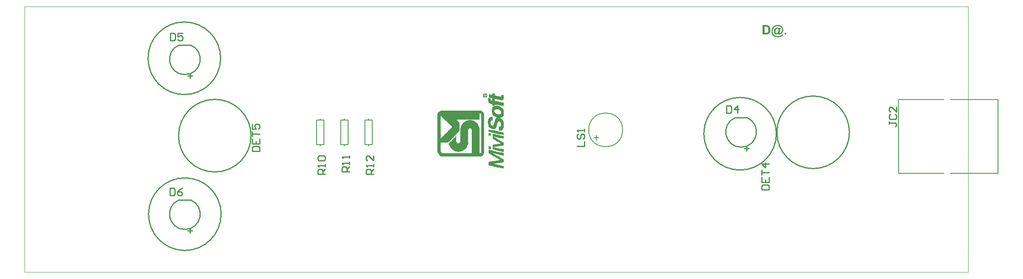
<source format=gto>
%FSLAX24Y24*%
%MOIN*%
G70*
G01*
G75*
G04 Layer_Color=61183*
%ADD10C,0.0354*%
%ADD11C,0.0551*%
%ADD12R,0.0787X0.0787*%
%ADD13C,0.0787*%
%ADD14O,0.0591X0.0787*%
%ADD15C,0.2756*%
%ADD16C,0.0591*%
%ADD17R,0.0591X0.0591*%
%ADD18C,0.0630*%
%ADD19C,0.1161*%
%ADD20C,0.0079*%
%ADD21C,0.0100*%
%ADD22C,0.0030*%
%ADD23C,0.0039*%
G36*
X62006Y19341D02*
X61861D01*
Y19486D01*
X62006D01*
Y19341D01*
D02*
G37*
G36*
X61336Y20111D02*
X61348D01*
X61360Y20110D01*
X61375Y20107D01*
X61393Y20106D01*
X61410Y20103D01*
X61428Y20099D01*
X61467Y20090D01*
X61507Y20078D01*
X61526Y20070D01*
X61546Y20061D01*
X61547D01*
X61550Y20059D01*
X61555Y20055D01*
X61563Y20052D01*
X61571Y20046D01*
X61580Y20040D01*
X61604Y20024D01*
X61628Y20004D01*
X61654Y19979D01*
X61678Y19950D01*
X61700Y19917D01*
X61702Y19916D01*
X61703Y19912D01*
X61705Y19908D01*
X61708Y19901D01*
X61713Y19892D01*
X61718Y19881D01*
X61722Y19870D01*
X61728Y19857D01*
X61733Y19842D01*
X61737Y19826D01*
X61747Y19791D01*
X61752Y19753D01*
X61755Y19734D01*
Y19713D01*
Y19712D01*
Y19707D01*
Y19700D01*
X61753Y19691D01*
X61752Y19680D01*
X61750Y19666D01*
X61748Y19651D01*
X61744Y19633D01*
X61740Y19615D01*
X61735Y19597D01*
X61728Y19577D01*
X61720Y19556D01*
X61711Y19535D01*
X61699Y19515D01*
X61688Y19495D01*
X61673Y19474D01*
X61672Y19473D01*
X61668Y19469D01*
X61662Y19462D01*
X61654Y19454D01*
X61644Y19443D01*
X61632Y19432D01*
X61619Y19420D01*
X61602Y19407D01*
X61584Y19395D01*
X61564Y19383D01*
X61544Y19372D01*
X61521Y19361D01*
X61495Y19353D01*
X61469Y19346D01*
X61441Y19342D01*
X61412Y19341D01*
X61405D01*
X61397Y19342D01*
X61388Y19343D01*
X61367Y19347D01*
X61357Y19351D01*
X61348Y19356D01*
X61346Y19357D01*
X61344Y19358D01*
X61341Y19361D01*
X61336Y19367D01*
X61331Y19373D01*
X61326Y19381D01*
X61322Y19389D01*
X61319Y19399D01*
X61318Y19398D01*
X61316Y19397D01*
X61313Y19394D01*
X61308Y19390D01*
X61303Y19386D01*
X61296Y19381D01*
X61278Y19371D01*
X61258Y19359D01*
X61233Y19350D01*
X61207Y19343D01*
X61193Y19342D01*
X61178Y19341D01*
X61170D01*
X61164Y19342D01*
X61156Y19343D01*
X61148Y19344D01*
X61129Y19347D01*
X61105Y19354D01*
X61082Y19366D01*
X61071Y19372D01*
X61058Y19380D01*
X61047Y19389D01*
X61036Y19399D01*
X61035Y19401D01*
X61034Y19402D01*
X61032Y19405D01*
X61027Y19410D01*
X61024Y19416D01*
X61019Y19424D01*
X61013Y19432D01*
X61009Y19441D01*
X60998Y19464D01*
X60989Y19490D01*
X60982Y19522D01*
X60981Y19538D01*
X60980Y19556D01*
Y19557D01*
Y19562D01*
Y19568D01*
X60981Y19577D01*
X60982Y19587D01*
X60983Y19600D01*
X60986Y19614D01*
X60988Y19629D01*
X60992Y19646D01*
X60996Y19663D01*
X61002Y19682D01*
X61009Y19700D01*
X61017Y19720D01*
X61026Y19739D01*
X61036Y19759D01*
X61048Y19778D01*
X61049Y19779D01*
X61051Y19783D01*
X61056Y19789D01*
X61063Y19797D01*
X61071Y19806D01*
X61080Y19817D01*
X61092Y19827D01*
X61105Y19839D01*
X61119Y19850D01*
X61135Y19861D01*
X61153Y19871D01*
X61171Y19880D01*
X61192Y19888D01*
X61213Y19894D01*
X61236Y19899D01*
X61259Y19900D01*
X61268D01*
X61274Y19899D01*
X61282Y19897D01*
X61290Y19896D01*
X61311Y19891D01*
X61333Y19882D01*
X61344Y19877D01*
X61356Y19870D01*
X61366Y19862D01*
X61376Y19851D01*
X61386Y19841D01*
X61395Y19828D01*
X61408Y19887D01*
X61544D01*
X61466Y19516D01*
Y19515D01*
X61465Y19510D01*
X61464Y19504D01*
X61463Y19497D01*
X61461Y19482D01*
X61459Y19475D01*
Y19471D01*
Y19469D01*
X61461Y19464D01*
X61462Y19457D01*
X61465Y19451D01*
X61466Y19450D01*
X61469Y19449D01*
X61473Y19447D01*
X61479Y19445D01*
X61484D01*
X61488Y19447D01*
X61496Y19449D01*
X61506Y19452D01*
X61516Y19458D01*
X61529Y19465D01*
X61542Y19475D01*
X61544D01*
X61545Y19478D01*
X61552Y19482D01*
X61561Y19492D01*
X61574Y19503D01*
X61586Y19518D01*
X61601Y19537D01*
X61615Y19557D01*
X61628Y19580D01*
Y19582D01*
X61629Y19584D01*
X61631Y19587D01*
X61634Y19592D01*
X61636Y19598D01*
X61638Y19606D01*
X61645Y19623D01*
X61651Y19644D01*
X61657Y19667D01*
X61660Y19691D01*
X61661Y19718D01*
Y19719D01*
Y19723D01*
Y19730D01*
X61660Y19739D01*
X61659Y19750D01*
X61657Y19763D01*
X61653Y19776D01*
X61650Y19793D01*
X61645Y19809D01*
X61639Y19826D01*
X61631Y19843D01*
X61622Y19862D01*
X61612Y19879D01*
X61599Y19897D01*
X61585Y19915D01*
X61569Y19931D01*
X61568Y19932D01*
X61564Y19934D01*
X61560Y19939D01*
X61552Y19945D01*
X61542Y19950D01*
X61531Y19959D01*
X61518Y19967D01*
X61502Y19975D01*
X61485Y19983D01*
X61465Y19990D01*
X61444Y19998D01*
X61421Y20004D01*
X61397Y20009D01*
X61371Y20014D01*
X61342Y20016D01*
X61312Y20017D01*
X61298D01*
X61289Y20016D01*
X61276D01*
X61262Y20014D01*
X61247Y20013D01*
X61230Y20010D01*
X61193Y20004D01*
X61153Y19993D01*
X61133Y19986D01*
X61112Y19979D01*
X61093Y19970D01*
X61074Y19960D01*
X61073Y19959D01*
X61070Y19957D01*
X61065Y19954D01*
X61058Y19949D01*
X61050Y19944D01*
X61041Y19935D01*
X61031Y19927D01*
X61020Y19918D01*
X61009Y19907D01*
X60996Y19895D01*
X60984Y19881D01*
X60972Y19867D01*
X60949Y19835D01*
X60928Y19798D01*
Y19797D01*
X60926Y19794D01*
X60923Y19788D01*
X60920Y19780D01*
X60916Y19771D01*
X60913Y19759D01*
X60908Y19746D01*
X60904Y19733D01*
X60899Y19716D01*
X60894Y19700D01*
X60888Y19663D01*
X60882Y19624D01*
X60879Y19583D01*
Y19582D01*
Y19578D01*
Y19572D01*
X60881Y19564D01*
Y19555D01*
X60883Y19543D01*
X60884Y19531D01*
X60886Y19517D01*
X60893Y19486D01*
X60903Y19452D01*
X60916Y19419D01*
X60924Y19402D01*
X60934Y19384D01*
X60935Y19383D01*
X60936Y19381D01*
X60939Y19376D01*
X60944Y19369D01*
X60950Y19362D01*
X60957Y19354D01*
X60965Y19345D01*
X60974Y19335D01*
X60984Y19324D01*
X60996Y19314D01*
X61022Y19292D01*
X61054Y19271D01*
X61088Y19254D01*
X61089D01*
X61093Y19252D01*
X61099Y19251D01*
X61105Y19247D01*
X61115Y19245D01*
X61126Y19241D01*
X61139Y19237D01*
X61154Y19233D01*
X61170Y19230D01*
X61187Y19225D01*
X61206Y19222D01*
X61225Y19219D01*
X61269Y19215D01*
X61315Y19213D01*
X61327D01*
X61336Y19214D01*
X61346D01*
X61359Y19215D01*
X61373Y19216D01*
X61388Y19217D01*
X61421Y19221D01*
X61457Y19228D01*
X61493Y19236D01*
X61527Y19247D01*
X61529D01*
X61531Y19248D01*
X61536Y19251D01*
X61542Y19254D01*
X61549Y19258D01*
X61559Y19262D01*
X61579Y19274D01*
X61601Y19288D01*
X61625Y19306D01*
X61650Y19327D01*
X61672Y19351D01*
X61782D01*
Y19350D01*
X61780Y19346D01*
X61776Y19341D01*
X61773Y19334D01*
X61767Y19324D01*
X61760Y19315D01*
X61752Y19304D01*
X61743Y19291D01*
X61733Y19278D01*
X61721Y19264D01*
X61707Y19252D01*
X61693Y19238D01*
X61677Y19224D01*
X61661Y19211D01*
X61643Y19199D01*
X61623Y19187D01*
X61622Y19186D01*
X61617Y19184D01*
X61610Y19180D01*
X61601Y19177D01*
X61590Y19171D01*
X61575Y19165D01*
X61559Y19160D01*
X61540Y19153D01*
X61519Y19146D01*
X61496Y19140D01*
X61472Y19134D01*
X61446Y19128D01*
X61418Y19125D01*
X61388Y19121D01*
X61357Y19119D01*
X61325Y19118D01*
X61308D01*
X61296Y19119D01*
X61281Y19120D01*
X61265Y19121D01*
X61245Y19123D01*
X61224Y19125D01*
X61201Y19128D01*
X61177Y19132D01*
X61129Y19142D01*
X61103Y19149D01*
X61078Y19157D01*
X61054Y19165D01*
X61029Y19176D01*
X61028Y19177D01*
X61024Y19178D01*
X61018Y19181D01*
X61010Y19186D01*
X60999Y19193D01*
X60987Y19200D01*
X60974Y19208D01*
X60960Y19218D01*
X60945Y19230D01*
X60930Y19243D01*
X60915Y19256D01*
X60900Y19271D01*
X60885Y19288D01*
X60871Y19306D01*
X60858Y19324D01*
X60846Y19345D01*
X60845Y19346D01*
X60844Y19350D01*
X60840Y19357D01*
X60837Y19365D01*
X60832Y19375D01*
X60828Y19388D01*
X60822Y19402D01*
X60816Y19418D01*
X60810Y19435D01*
X60805Y19454D01*
X60800Y19474D01*
X60795Y19495D01*
X60788Y19541D01*
X60787Y19565D01*
X60786Y19590D01*
Y19591D01*
Y19597D01*
Y19603D01*
X60787Y19614D01*
X60788Y19628D01*
X60790Y19643D01*
X60792Y19659D01*
X60794Y19678D01*
X60799Y19698D01*
X60802Y19720D01*
X60808Y19742D01*
X60815Y19765D01*
X60823Y19789D01*
X60832Y19813D01*
X60843Y19836D01*
X60854Y19861D01*
X60855Y19862D01*
X60858Y19866D01*
X60861Y19872D01*
X60867Y19881D01*
X60874Y19892D01*
X60882Y19903D01*
X60892Y19917D01*
X60904Y19931D01*
X60916Y19946D01*
X60930Y19962D01*
X60946Y19977D01*
X60962Y19993D01*
X60981Y20008D01*
X60999Y20023D01*
X61020Y20036D01*
X61042Y20048D01*
X61043Y20050D01*
X61048Y20051D01*
X61054Y20054D01*
X61063Y20059D01*
X61074Y20063D01*
X61088Y20068D01*
X61103Y20074D01*
X61120Y20081D01*
X61140Y20087D01*
X61161Y20092D01*
X61183Y20097D01*
X61207Y20102D01*
X61232Y20106D01*
X61259Y20110D01*
X61285Y20111D01*
X61314Y20112D01*
X61327D01*
X61336Y20111D01*
D02*
G37*
G36*
X60379Y20097D02*
X60400Y20096D01*
X60424Y20095D01*
X60447Y20092D01*
X60470Y20088D01*
X60491Y20083D01*
X60492D01*
X60494Y20082D01*
X60498Y20081D01*
X60502Y20080D01*
X60514Y20074D01*
X60530Y20067D01*
X60547Y20058D01*
X60566Y20045D01*
X60585Y20030D01*
X60604Y20013D01*
X60605D01*
X60606Y20010D01*
X60612Y20004D01*
X60620Y19993D01*
X60632Y19979D01*
X60643Y19961D01*
X60655Y19940D01*
X60666Y19917D01*
X60677Y19891D01*
Y19889D01*
X60678Y19887D01*
X60679Y19884D01*
X60680Y19878D01*
X60682Y19871D01*
X60685Y19862D01*
X60687Y19852D01*
X60689Y19841D01*
X60692Y19828D01*
X60694Y19816D01*
X60698Y19784D01*
X60701Y19750D01*
X60702Y19712D01*
Y19711D01*
Y19707D01*
Y19703D01*
Y19696D01*
X60701Y19688D01*
Y19678D01*
X60698Y19656D01*
X60696Y19631D01*
X60692Y19605D01*
X60686Y19577D01*
X60678Y19550D01*
Y19549D01*
X60677Y19547D01*
X60675Y19542D01*
X60673Y19537D01*
X60670Y19530D01*
X60666Y19522D01*
X60657Y19503D01*
X60645Y19481D01*
X60632Y19459D01*
X60615Y19437D01*
X60597Y19417D01*
X60595Y19416D01*
X60590Y19410D01*
X60581Y19403D01*
X60569Y19395D01*
X60553Y19384D01*
X60535Y19374D01*
X60514Y19365D01*
X60490Y19356D01*
X60487Y19354D01*
X60481Y19353D01*
X60470Y19351D01*
X60454Y19349D01*
X60436Y19345D01*
X60412Y19343D01*
X60385Y19342D01*
X60355Y19341D01*
X60069D01*
Y20098D01*
X60370D01*
X60379Y20097D01*
D02*
G37*
%LPC*%
G36*
X60323Y19970D02*
X60222D01*
Y19469D01*
X60357D01*
X60371Y19470D01*
X60385D01*
X60401Y19472D01*
X60415Y19473D01*
X60426Y19475D01*
X60427D01*
X60433Y19478D01*
X60440Y19480D01*
X60448Y19482D01*
X60469Y19493D01*
X60479Y19499D01*
X60489Y19507D01*
X60490Y19508D01*
X60493Y19511D01*
X60497Y19516D01*
X60502Y19524D01*
X60509Y19534D01*
X60515Y19547D01*
X60522Y19562D01*
X60528Y19579D01*
Y19580D01*
X60529Y19582D01*
Y19585D01*
X60530Y19588D01*
X60532Y19600D01*
X60536Y19616D01*
X60539Y19636D01*
X60542Y19660D01*
X60543Y19688D01*
X60544Y19719D01*
Y19720D01*
Y19722D01*
Y19727D01*
Y19734D01*
Y19741D01*
X60543Y19749D01*
X60542Y19768D01*
X60540Y19790D01*
X60537Y19812D01*
X60534Y19834D01*
X60528Y19852D01*
X60527Y19855D01*
X60525Y19861D01*
X60522Y19869D01*
X60517Y19879D01*
X60511Y19892D01*
X60504Y19903D01*
X60496Y19916D01*
X60485Y19926D01*
X60484Y19927D01*
X60481Y19931D01*
X60474Y19935D01*
X60466Y19941D01*
X60456Y19947D01*
X60444Y19953D01*
X60430Y19957D01*
X60415Y19962D01*
X60414D01*
X60408Y19963D01*
X60400Y19964D01*
X60387Y19967D01*
X60379D01*
X60370Y19968D01*
X60361D01*
X60349Y19969D01*
X60336D01*
X60323Y19970D01*
D02*
G37*
G36*
X61271Y19806D02*
X61263D01*
X61255Y19804D01*
X61244Y19802D01*
X61231Y19798D01*
X61217Y19791D01*
X61203Y19783D01*
X61188Y19772D01*
X61187Y19771D01*
X61183Y19765D01*
X61176Y19758D01*
X61168Y19746D01*
X61158Y19733D01*
X61149Y19716D01*
X61140Y19696D01*
X61132Y19674D01*
Y19673D01*
X61131Y19671D01*
Y19668D01*
X61130Y19663D01*
X61126Y19651D01*
X61123Y19636D01*
X61119Y19618D01*
X61117Y19600D01*
X61115Y19580D01*
X61114Y19562D01*
Y19561D01*
Y19560D01*
Y19556D01*
Y19552D01*
X61115Y19540D01*
X61117Y19525D01*
X61120Y19509D01*
X61125Y19494D01*
X61131Y19478D01*
X61140Y19465D01*
X61141Y19464D01*
X61145Y19460D01*
X61150Y19456D01*
X61158Y19450D01*
X61168Y19444D01*
X61179Y19440D01*
X61192Y19436D01*
X61206Y19435D01*
X61210D01*
X61216Y19436D01*
X61223Y19437D01*
X61232Y19439D01*
X61241Y19441D01*
X61251Y19444D01*
X61261Y19449D01*
X61262D01*
X61265Y19451D01*
X61268Y19454D01*
X61274Y19457D01*
X61285Y19467D01*
X61299Y19481D01*
X61300Y19482D01*
X61304Y19487D01*
X61310Y19494D01*
X61315Y19504D01*
X61323Y19517D01*
X61330Y19533D01*
X61338Y19552D01*
X61346Y19572D01*
Y19573D01*
X61348Y19575D01*
X61349Y19578D01*
X61350Y19583D01*
X61353Y19594D01*
X61357Y19609D01*
X61360Y19626D01*
X61364Y19646D01*
X61366Y19666D01*
X61367Y19685D01*
Y19686D01*
Y19688D01*
Y19695D01*
X61366Y19705D01*
X61364Y19718D01*
X61360Y19733D01*
X61356Y19748D01*
X61349Y19761D01*
X61340Y19774D01*
X61338Y19775D01*
X61335Y19779D01*
X61329Y19784D01*
X61321Y19790D01*
X61311Y19796D01*
X61299Y19802D01*
X61286Y19805D01*
X61271Y19806D01*
D02*
G37*
%LPD*%
D20*
X48671Y11573D02*
G03*
X48671Y11573I-1378J0D01*
G01*
X26033Y12376D02*
Y12466D01*
Y10286D02*
Y10376D01*
Y12376D02*
X26333D01*
Y10376D02*
Y12376D01*
X25733Y10376D02*
X26333D01*
X25733D02*
Y12376D01*
X26033D01*
X46318Y10947D02*
X46718D01*
X46518Y10747D02*
Y11147D01*
X79242Y8053D02*
Y14053D01*
X75363Y8053D02*
X79242D01*
X71140D02*
X74822D01*
X71140D02*
Y14053D01*
X74822D01*
X75363D02*
X79242D01*
X23765Y12376D02*
X24065D01*
X23765Y10376D02*
Y12376D01*
Y10376D02*
X24365D01*
Y12376D01*
X24065D02*
X24365D01*
X24065Y10286D02*
Y10376D01*
Y12376D02*
Y12466D01*
X28002Y10376D02*
X28302D01*
Y12376D01*
X27702D02*
X28302D01*
X27702Y10376D02*
Y12376D01*
Y10376D02*
X28002D01*
Y12376D02*
Y12466D01*
Y10286D02*
Y10376D01*
D21*
X57858Y12573D02*
G03*
X58786Y12571I462J-1159D01*
G01*
X12583Y18478D02*
G03*
X13511Y18476I462J-1159D01*
G01*
X15955Y17400D02*
G03*
X15955Y17400I-2953J0D01*
G01*
X15994Y4715D02*
G03*
X15994Y4715I-2953J0D01*
G01*
X18435Y11101D02*
G03*
X18435Y11101I-2953J0D01*
G01*
X67136Y11376D02*
G03*
X67136Y11376I-2953J0D01*
G01*
X61191Y11258D02*
G03*
X61191Y11258I-2953J0D01*
G01*
X12583Y5880D02*
G03*
X13511Y5878I462J-1159D01*
G01*
X58750Y9877D02*
Y10277D01*
X58550Y10077D02*
X58750D01*
X58950D01*
X57874Y12577D02*
X58770D01*
X13474Y15783D02*
Y16183D01*
X13274Y15983D02*
X13474D01*
X13674D01*
X12598Y18482D02*
X13494D01*
X12598Y5884D02*
X13494D01*
X13474Y3384D02*
X13674D01*
X13274D02*
X13474D01*
Y3184D02*
Y3584D01*
X44979Y10254D02*
X45578D01*
Y10654D01*
X45078Y11253D02*
X44979Y11153D01*
Y10954D01*
X45078Y10854D01*
X45178D01*
X45278Y10954D01*
Y11153D01*
X45378Y11253D01*
X45478D01*
X45578Y11153D01*
Y10954D01*
X45478Y10854D01*
X45578Y11453D02*
Y11653D01*
Y11553D01*
X44979D01*
X45078Y11453D01*
X11850Y19435D02*
Y18835D01*
X12150D01*
X12250Y18935D01*
Y19335D01*
X12150Y19435D01*
X11850D01*
X12850D02*
X12450D01*
Y19135D01*
X12650Y19235D01*
X12750D01*
X12850Y19135D01*
Y18935D01*
X12750Y18835D01*
X12550D01*
X12450Y18935D01*
X57122Y13526D02*
Y12926D01*
X57422D01*
X57522Y13026D01*
Y13426D01*
X57422Y13526D01*
X57122D01*
X58022Y12926D02*
Y13526D01*
X57722Y13226D01*
X58122D01*
X28396Y7977D02*
X27796D01*
Y8277D01*
X27896Y8377D01*
X28096D01*
X28196Y8277D01*
Y7977D01*
Y8177D02*
X28396Y8377D01*
Y8576D02*
Y8776D01*
Y8676D01*
X27796D01*
X27896Y8576D01*
X28396Y9476D02*
Y9076D01*
X27996Y9476D01*
X27896D01*
X27796Y9376D01*
Y9176D01*
X27896Y9076D01*
X24459Y7977D02*
X23859D01*
Y8277D01*
X23959Y8377D01*
X24159D01*
X24259Y8277D01*
Y7977D01*
Y8177D02*
X24459Y8377D01*
Y8576D02*
Y8776D01*
Y8676D01*
X23859D01*
X23959Y8576D01*
Y9076D02*
X23859Y9176D01*
Y9376D01*
X23959Y9476D01*
X24359D01*
X24459Y9376D01*
Y9176D01*
X24359Y9076D01*
X23959D01*
X70375Y12240D02*
Y12040D01*
Y12140D01*
X70874D01*
X70974Y12040D01*
Y11941D01*
X70874Y11841D01*
X70475Y12840D02*
X70375Y12740D01*
Y12540D01*
X70475Y12440D01*
X70874D01*
X70974Y12540D01*
Y12740D01*
X70874Y12840D01*
X70974Y13440D02*
Y13040D01*
X70575Y13440D01*
X70475D01*
X70375Y13340D01*
Y13140D01*
X70475Y13040D01*
X11842Y6836D02*
Y6236D01*
X12142D01*
X12242Y6336D01*
Y6736D01*
X12142Y6836D01*
X11842D01*
X12842D02*
X12642Y6736D01*
X12442Y6536D01*
Y6336D01*
X12542Y6236D01*
X12742D01*
X12842Y6336D01*
Y6436D01*
X12742Y6536D01*
X12442D01*
X26427Y8177D02*
X25827D01*
Y8476D01*
X25927Y8576D01*
X26127D01*
X26227Y8476D01*
Y8177D01*
Y8377D02*
X26427Y8576D01*
Y8776D02*
Y8976D01*
Y8876D01*
X25827D01*
X25927Y8776D01*
X26427Y9276D02*
Y9476D01*
Y9376D01*
X25827D01*
X25927Y9276D01*
X18544Y9841D02*
X19144D01*
Y10141D01*
X19044Y10241D01*
X18644D01*
X18544Y10141D01*
Y9841D01*
Y10840D02*
Y10441D01*
X19144D01*
Y10840D01*
X18844Y10441D02*
Y10640D01*
X18544Y11040D02*
Y11440D01*
Y11240D01*
X19144D01*
X18544Y12040D02*
Y11640D01*
X18844D01*
X18744Y11840D01*
Y11940D01*
X18844Y12040D01*
X19044D01*
X19144Y11940D01*
Y11740D01*
X19044Y11640D01*
X60001Y6691D02*
X60600D01*
Y6991D01*
X60500Y7091D01*
X60101D01*
X60001Y6991D01*
Y6691D01*
Y7691D02*
Y7291D01*
X60600D01*
Y7691D01*
X60301Y7291D02*
Y7491D01*
X60001Y7891D02*
Y8291D01*
Y8091D01*
X60600D01*
Y8790D02*
X60001D01*
X60301Y8491D01*
Y8890D01*
D22*
X38980Y12845D02*
Y13085D01*
Y11855D02*
Y12155D01*
Y11195D02*
Y11345D01*
Y10895D02*
Y11045D01*
Y10325D02*
Y10505D01*
Y9815D02*
Y9965D01*
Y9515D02*
Y9695D01*
Y8975D02*
Y9155D01*
Y8465D02*
Y8615D01*
X38950Y14105D02*
Y14405D01*
Y13535D02*
Y13775D01*
Y12755D02*
Y13205D01*
Y11765D02*
Y12245D01*
Y11195D02*
Y11345D01*
Y10895D02*
Y11075D01*
Y10325D02*
Y10535D01*
Y9815D02*
Y9995D01*
Y9515D02*
Y9695D01*
Y8975D02*
Y9185D01*
Y8465D02*
Y8645D01*
X38920Y14045D02*
Y14405D01*
Y13535D02*
Y13805D01*
Y12695D02*
Y13265D01*
Y11705D02*
Y12335D01*
Y11195D02*
Y11345D01*
Y10895D02*
Y11075D01*
Y10325D02*
Y10565D01*
Y9815D02*
Y9995D01*
Y9515D02*
Y9695D01*
Y8975D02*
Y9185D01*
Y8465D02*
Y8645D01*
X38890Y14045D02*
Y14405D01*
Y13565D02*
Y13805D01*
Y12665D02*
Y13295D01*
Y11645D02*
Y12365D01*
Y11195D02*
Y11375D01*
Y10895D02*
Y11075D01*
Y10325D02*
Y10565D01*
Y9815D02*
Y9995D01*
Y9515D02*
Y9695D01*
Y8975D02*
Y9215D01*
Y8465D02*
Y8645D01*
X38860Y14015D02*
Y14405D01*
Y13565D02*
Y13805D01*
Y12635D02*
Y13325D01*
Y11615D02*
Y12425D01*
Y11195D02*
Y11375D01*
Y10895D02*
Y11075D01*
Y10325D02*
Y10595D01*
Y9845D02*
Y9995D01*
Y9545D02*
Y9725D01*
Y8945D02*
Y9245D01*
Y8465D02*
Y8645D01*
X38830Y14015D02*
Y14405D01*
Y13565D02*
Y13805D01*
Y12635D02*
Y13355D01*
Y11585D02*
Y12455D01*
Y11195D02*
Y11375D01*
Y10925D02*
Y11075D01*
Y10295D02*
Y10625D01*
Y9845D02*
Y10025D01*
Y9545D02*
Y9725D01*
Y8945D02*
Y9245D01*
Y8495D02*
Y8645D01*
X38800Y14015D02*
Y14405D01*
Y13565D02*
Y13805D01*
Y12605D02*
Y13385D01*
Y11585D02*
Y12485D01*
Y11225D02*
Y11375D01*
Y10925D02*
Y11105D01*
Y10295D02*
Y10625D01*
Y9845D02*
Y10025D01*
Y9545D02*
Y9725D01*
Y8945D02*
Y9275D01*
Y8495D02*
Y8675D01*
X38770Y14045D02*
Y14285D01*
Y13565D02*
Y13835D01*
Y13085D02*
Y13415D01*
Y12605D02*
Y12935D01*
Y11555D02*
Y12485D01*
Y11225D02*
Y11405D01*
Y10925D02*
Y11105D01*
Y10295D02*
Y10655D01*
Y9845D02*
Y10025D01*
Y9545D02*
Y9725D01*
Y8945D02*
Y9275D01*
Y8495D02*
Y8675D01*
X38740Y14045D02*
Y14285D01*
Y13565D02*
Y13835D01*
Y13145D02*
Y13445D01*
Y12605D02*
Y12875D01*
Y12215D02*
Y12515D01*
Y11555D02*
Y11885D01*
Y11225D02*
Y11405D01*
Y10925D02*
Y11105D01*
Y10505D02*
Y10655D01*
Y10295D02*
Y10475D01*
Y9875D02*
Y10025D01*
Y9575D02*
Y9725D01*
Y9125D02*
Y9305D01*
Y8945D02*
Y9095D01*
Y8495D02*
Y8675D01*
X38710Y14045D02*
Y14285D01*
Y13595D02*
Y13835D01*
Y13175D02*
Y13445D01*
Y12575D02*
Y12875D01*
Y12245D02*
Y12545D01*
Y11555D02*
Y11855D01*
Y11225D02*
Y11405D01*
Y10955D02*
Y11105D01*
Y10535D02*
Y10685D01*
Y10295D02*
Y10445D01*
Y9875D02*
Y10055D01*
Y9575D02*
Y9755D01*
Y9155D02*
Y9305D01*
Y8945D02*
Y9095D01*
Y8495D02*
Y8675D01*
X38680Y14045D02*
Y14285D01*
Y13595D02*
Y13835D01*
Y13205D02*
Y13475D01*
Y12575D02*
Y12845D01*
Y12275D02*
Y12545D01*
Y11555D02*
Y11825D01*
Y11255D02*
Y11405D01*
Y10955D02*
Y11135D01*
Y10535D02*
Y10715D01*
Y10295D02*
Y10445D01*
Y9875D02*
Y10055D01*
Y9575D02*
Y9755D01*
Y9155D02*
Y9335D01*
Y8945D02*
Y9095D01*
Y8525D02*
Y8705D01*
X38650Y14045D02*
Y14285D01*
Y13595D02*
Y13835D01*
Y13205D02*
Y13475D01*
Y12575D02*
Y12845D01*
Y12305D02*
Y12545D01*
Y11555D02*
Y11825D01*
Y11255D02*
Y11405D01*
Y10955D02*
Y11135D01*
Y10565D02*
Y10715D01*
Y10265D02*
Y10445D01*
Y9875D02*
Y10055D01*
Y9575D02*
Y9755D01*
Y9185D02*
Y9365D01*
Y8915D02*
Y9095D01*
Y8525D02*
Y8705D01*
X38620Y14045D02*
Y14315D01*
Y13595D02*
Y13835D01*
Y13235D02*
Y13505D01*
Y12305D02*
Y12845D01*
Y11555D02*
Y11825D01*
Y11255D02*
Y11435D01*
Y10955D02*
Y11135D01*
Y10565D02*
Y10745D01*
Y10265D02*
Y10445D01*
Y9875D02*
Y10055D01*
Y9575D02*
Y9755D01*
Y9215D02*
Y9365D01*
Y8915D02*
Y9095D01*
Y8525D02*
Y8705D01*
X38590Y14075D02*
Y14315D01*
Y13595D02*
Y13865D01*
Y13235D02*
Y13505D01*
Y12305D02*
Y12845D01*
Y11555D02*
Y11825D01*
Y11255D02*
Y11435D01*
Y10955D02*
Y11135D01*
Y10595D02*
Y10745D01*
Y10265D02*
Y10445D01*
Y9905D02*
Y10055D01*
Y9605D02*
Y9785D01*
Y9215D02*
Y9395D01*
Y8915D02*
Y9095D01*
Y8525D02*
Y8705D01*
X38560Y14075D02*
Y14315D01*
Y13625D02*
Y13865D01*
Y13265D02*
Y13505D01*
Y12305D02*
Y12845D01*
Y11255D02*
Y11435D01*
Y10985D02*
Y11135D01*
Y10595D02*
Y10775D01*
Y10265D02*
Y10445D01*
Y9905D02*
Y10085D01*
Y9605D02*
Y9785D01*
Y9245D02*
Y9395D01*
Y8915D02*
Y9095D01*
Y8555D02*
Y8705D01*
X38530Y14075D02*
Y14315D01*
Y13625D02*
Y13865D01*
Y13265D02*
Y13535D01*
Y12275D02*
Y12845D01*
Y11285D02*
Y11435D01*
Y10985D02*
Y11165D01*
Y10625D02*
Y10805D01*
Y10265D02*
Y10445D01*
Y9905D02*
Y10085D01*
Y9605D02*
Y9785D01*
Y9245D02*
Y9425D01*
Y8915D02*
Y9095D01*
Y8555D02*
Y8735D01*
X38500Y14075D02*
Y14315D01*
Y13625D02*
Y13865D01*
Y13265D02*
Y13535D01*
Y12215D02*
Y12845D01*
Y11285D02*
Y11465D01*
Y10985D02*
Y11165D01*
Y10655D02*
Y10805D01*
Y10265D02*
Y10445D01*
Y9905D02*
Y10085D01*
Y9605D02*
Y9785D01*
Y9275D02*
Y9425D01*
Y8915D02*
Y9065D01*
Y8555D02*
Y8735D01*
X38470Y14075D02*
Y14345D01*
Y13625D02*
Y13865D01*
Y13265D02*
Y13535D01*
Y12605D02*
Y12845D01*
Y12125D02*
Y12575D01*
Y11285D02*
Y11465D01*
Y10985D02*
Y11165D01*
Y10655D02*
Y10835D01*
Y10265D02*
Y10415D01*
Y9935D02*
Y10085D01*
Y9635D02*
Y9785D01*
Y9305D02*
Y9455D01*
Y8915D02*
Y9065D01*
Y8555D02*
Y8735D01*
X38440Y14105D02*
Y14345D01*
Y13625D02*
Y13895D01*
Y13265D02*
Y13535D01*
Y12605D02*
Y12875D01*
Y12005D02*
Y12575D01*
Y11285D02*
Y11465D01*
Y11015D02*
Y11165D01*
Y10685D02*
Y10865D01*
Y10235D02*
Y10415D01*
Y9935D02*
Y10085D01*
Y9635D02*
Y9815D01*
Y9305D02*
Y9485D01*
Y8915D02*
Y9065D01*
Y8555D02*
Y8735D01*
X38410Y14105D02*
Y14345D01*
Y13625D02*
Y13895D01*
Y13265D02*
Y13535D01*
Y12605D02*
Y12875D01*
Y11885D02*
Y12545D01*
Y11315D02*
Y11465D01*
Y11015D02*
Y11165D01*
Y10685D02*
Y10865D01*
Y10235D02*
Y10415D01*
Y9935D02*
Y10115D01*
Y9635D02*
Y9815D01*
Y9335D02*
Y9485D01*
Y8885D02*
Y9065D01*
Y8585D02*
Y8765D01*
X38380Y14105D02*
Y14345D01*
Y13655D02*
Y13895D01*
Y13265D02*
Y13535D01*
Y12635D02*
Y12875D01*
Y11795D02*
Y12545D01*
Y11315D02*
Y11465D01*
Y11015D02*
Y11195D01*
Y10715D02*
Y10895D01*
Y10235D02*
Y10415D01*
Y9935D02*
Y10115D01*
Y9635D02*
Y9815D01*
Y9335D02*
Y9515D01*
Y8885D02*
Y9065D01*
Y8585D02*
Y8765D01*
X38350Y14105D02*
Y14345D01*
Y13655D02*
Y13895D01*
Y13265D02*
Y13535D01*
Y12635D02*
Y12905D01*
Y11765D02*
Y12515D01*
Y11315D02*
Y11495D01*
Y11015D02*
Y11195D01*
Y10745D02*
Y10895D01*
Y10235D02*
Y10415D01*
Y9935D02*
Y10115D01*
Y9635D02*
Y9815D01*
Y9365D02*
Y9515D01*
Y8885D02*
Y9065D01*
Y8585D02*
Y8765D01*
X38320Y14105D02*
Y14375D01*
Y13655D02*
Y13895D01*
Y13265D02*
Y13535D01*
Y12665D02*
Y12935D01*
Y11735D02*
Y12485D01*
Y11315D02*
Y11495D01*
Y11015D02*
Y11195D01*
Y10745D02*
Y10925D01*
Y10235D02*
Y10415D01*
Y9965D02*
Y10115D01*
Y9665D02*
Y9845D01*
Y9365D02*
Y9545D01*
Y8885D02*
Y9065D01*
Y8585D02*
Y8765D01*
X38290Y14135D02*
Y14375D01*
Y13655D02*
Y13895D01*
Y13235D02*
Y13535D01*
Y12665D02*
Y12935D01*
Y11705D02*
Y12425D01*
Y11315D02*
Y11495D01*
Y11045D02*
Y11195D01*
Y10775D02*
Y10955D01*
Y10235D02*
Y10415D01*
Y9965D02*
Y10145D01*
Y9665D02*
Y9845D01*
Y9395D02*
Y9575D01*
Y8885D02*
Y9035D01*
Y8615D02*
Y8765D01*
X38260Y14135D02*
Y14375D01*
Y13655D02*
Y13925D01*
Y13235D02*
Y13505D01*
Y12695D02*
Y12995D01*
Y11675D02*
Y12335D01*
Y11345D02*
Y11495D01*
Y11045D02*
Y11225D01*
Y10775D02*
Y10955D01*
Y10205D02*
Y10415D01*
Y9965D02*
Y10145D01*
Y9665D02*
Y9845D01*
Y9425D02*
Y9575D01*
Y8885D02*
Y9035D01*
Y8615D02*
Y8795D01*
X38230Y13565D02*
Y14525D01*
Y13175D02*
Y13505D01*
Y12695D02*
Y13055D01*
Y11675D02*
Y12215D01*
Y11345D02*
Y11525D01*
Y11045D02*
Y11225D01*
Y10805D02*
Y10985D01*
Y10205D02*
Y10385D01*
Y9965D02*
Y10145D01*
Y9665D02*
Y9845D01*
Y9425D02*
Y9605D01*
Y8885D02*
Y9035D01*
Y8615D02*
Y8795D01*
X38200Y13535D02*
Y14525D01*
Y12725D02*
Y13505D01*
Y11675D02*
Y12095D01*
Y11345D02*
Y11525D01*
Y11045D02*
Y11225D01*
Y10805D02*
Y11015D01*
Y10205D02*
Y10385D01*
Y9995D02*
Y10145D01*
Y9695D02*
Y9845D01*
Y9455D02*
Y9605D01*
Y8855D02*
Y9035D01*
Y8615D02*
Y8795D01*
X38170Y13565D02*
Y14525D01*
Y12755D02*
Y13475D01*
Y11675D02*
Y12005D01*
Y11345D02*
Y11525D01*
Y11075D02*
Y11225D01*
Y10835D02*
Y11015D01*
Y10205D02*
Y10385D01*
Y9995D02*
Y10145D01*
Y9695D02*
Y9875D01*
Y9455D02*
Y9635D01*
Y8855D02*
Y9035D01*
Y8615D02*
Y8795D01*
X38140Y13565D02*
Y14555D01*
Y12785D02*
Y13475D01*
Y11675D02*
Y11945D01*
Y11375D02*
Y11525D01*
Y11075D02*
Y11225D01*
Y10865D02*
Y11045D01*
Y10205D02*
Y10385D01*
Y9995D02*
Y10175D01*
Y9695D02*
Y9875D01*
Y9485D02*
Y9635D01*
Y8855D02*
Y9035D01*
Y8645D02*
Y8795D01*
X38110Y13565D02*
Y14555D01*
Y12815D02*
Y13445D01*
Y11675D02*
Y11915D01*
Y11375D02*
Y11525D01*
Y11075D02*
Y11255D01*
Y10865D02*
Y11045D01*
Y10205D02*
Y10385D01*
Y9995D02*
Y10175D01*
Y9695D02*
Y9875D01*
Y9485D02*
Y9665D01*
Y8855D02*
Y9035D01*
Y8645D02*
Y8825D01*
X38080Y13565D02*
Y14555D01*
Y12875D02*
Y13415D01*
Y12365D02*
Y12635D01*
Y11675D02*
Y11915D01*
Y11375D02*
Y11555D01*
Y9725D02*
Y9875D01*
Y9515D02*
Y9695D01*
Y8855D02*
Y9035D01*
Y8645D02*
Y8825D01*
X38050Y13595D02*
Y14555D01*
Y12935D02*
Y13355D01*
Y12365D02*
Y12635D01*
Y11675D02*
Y11915D01*
Y11375D02*
Y11555D01*
Y9725D02*
Y9905D01*
Y9545D02*
Y9695D01*
Y8855D02*
Y9005D01*
Y8645D02*
Y8825D01*
X38020Y14165D02*
Y14405D01*
Y13715D02*
Y13955D01*
Y13055D02*
Y13235D01*
Y12365D02*
Y12635D01*
Y11675D02*
Y11945D01*
Y11375D02*
Y11555D01*
Y9545D02*
Y9905D01*
Y8675D02*
Y9005D01*
X37990Y14165D02*
Y14435D01*
Y13715D02*
Y13955D01*
Y12365D02*
Y12635D01*
Y11705D02*
Y11945D01*
Y11405D02*
Y11555D01*
Y9575D02*
Y9905D01*
Y8675D02*
Y9005D01*
X37960Y14195D02*
Y14435D01*
Y13715D02*
Y13985D01*
Y12335D02*
Y12635D01*
Y11705D02*
Y11975D01*
Y11405D02*
Y11585D01*
Y9575D02*
Y9905D01*
Y8675D02*
Y9005D01*
X37930Y14195D02*
Y14435D01*
Y13715D02*
Y13985D01*
Y12275D02*
Y12605D01*
Y11735D02*
Y12035D01*
Y11405D02*
Y11585D01*
Y11135D02*
Y11285D01*
Y10055D02*
Y10205D01*
Y9605D02*
Y9905D01*
Y8675D02*
Y9005D01*
X37900Y14195D02*
Y14435D01*
Y13745D02*
Y14135D01*
Y11735D02*
Y12605D01*
Y11405D02*
Y11585D01*
Y11135D02*
Y11285D01*
Y10055D02*
Y10205D01*
Y9605D02*
Y9935D01*
Y8675D02*
Y9005D01*
X37870Y14195D02*
Y14435D01*
Y13745D02*
Y14135D01*
Y11765D02*
Y12605D01*
Y11435D02*
Y11585D01*
Y11135D02*
Y11285D01*
Y10055D02*
Y10235D01*
Y9635D02*
Y9935D01*
Y8705D02*
Y9005D01*
X37840Y14195D02*
Y14465D01*
Y13775D02*
Y14135D01*
Y11795D02*
Y12575D01*
Y11435D02*
Y11585D01*
Y11135D02*
Y11315D01*
Y10055D02*
Y10235D01*
Y9665D02*
Y9935D01*
Y8705D02*
Y8975D01*
X37810Y14225D02*
Y14465D01*
Y13775D02*
Y14135D01*
Y11825D02*
Y12545D01*
Y11435D02*
Y11615D01*
Y11135D02*
Y11315D01*
Y10055D02*
Y10235D01*
Y9665D02*
Y9935D01*
Y8705D02*
Y8975D01*
X37780Y13805D02*
Y14165D01*
Y11855D02*
Y12515D01*
Y11435D02*
Y11615D01*
Y11135D02*
Y11315D01*
Y10085D02*
Y10235D01*
Y9695D02*
Y9965D01*
Y8705D02*
Y8975D01*
X37750Y13865D02*
Y14165D01*
Y11915D02*
Y12485D01*
X37720Y13955D02*
Y14165D01*
Y12005D02*
Y12425D01*
X37690Y12125D02*
Y12305D01*
X37630Y14345D02*
Y14435D01*
X37600D02*
Y14495D01*
Y14285D02*
Y14345D01*
X37570Y14435D02*
Y14525D01*
Y14315D02*
Y14345D01*
Y14255D02*
Y14285D01*
X37540Y14495D02*
Y14555D01*
Y14435D02*
Y14465D01*
Y14315D02*
Y14345D01*
Y14225D02*
Y14285D01*
X37510Y14525D02*
Y14555D01*
Y14405D02*
Y14435D01*
Y14315D02*
Y14345D01*
Y14225D02*
Y14255D01*
X37480Y14525D02*
Y14555D01*
Y14315D02*
Y14435D01*
Y14225D02*
Y14255D01*
X37450Y14525D02*
Y14555D01*
Y14405D02*
Y14465D01*
Y14315D02*
Y14345D01*
Y14225D02*
Y14255D01*
X37420Y14525D02*
Y14555D01*
Y14435D02*
Y14465D01*
Y14315D02*
Y14345D01*
Y14225D02*
Y14255D01*
X37390Y14525D02*
Y14555D01*
Y14435D02*
Y14465D01*
Y14315D02*
Y14345D01*
Y14225D02*
Y14255D01*
X37360Y14495D02*
Y14525D01*
Y14315D02*
Y14435D01*
Y14255D02*
Y14285D01*
Y9695D02*
Y12905D01*
X37330Y14435D02*
Y14495D01*
Y14285D02*
Y14345D01*
Y9605D02*
Y12965D01*
X37300Y14315D02*
Y14465D01*
Y9545D02*
Y13025D01*
X37270Y9515D02*
Y13055D01*
X37240Y9515D02*
Y13085D01*
X37210Y9485D02*
Y13085D01*
X37180Y9455D02*
Y13115D01*
X37150Y12875D02*
Y13145D01*
Y9455D02*
Y9755D01*
X37120Y12905D02*
Y13145D01*
Y9455D02*
Y9695D01*
X37090Y12935D02*
Y13145D01*
Y9455D02*
Y9695D01*
X37060Y12935D02*
Y13145D01*
Y9455D02*
Y9665D01*
X37030Y12935D02*
Y13145D01*
Y9455D02*
Y9665D01*
X37000Y12455D02*
Y13145D01*
Y9455D02*
Y11735D01*
X36970Y12455D02*
Y13145D01*
Y9455D02*
Y11855D01*
X36940Y12455D02*
Y13145D01*
Y9455D02*
Y11915D01*
X36910Y12455D02*
Y13145D01*
Y9455D02*
Y11975D01*
X36880Y12455D02*
Y13145D01*
Y9455D02*
Y12005D01*
X36850Y12455D02*
Y13145D01*
Y9455D02*
Y12065D01*
X36820Y12455D02*
Y13145D01*
Y9455D02*
Y12095D01*
X36790Y12455D02*
Y13145D01*
Y9455D02*
Y12125D01*
X36760Y12455D02*
Y13145D01*
Y9455D02*
Y12155D01*
X36730Y12455D02*
Y13145D01*
Y9455D02*
Y12185D01*
X36700Y12455D02*
Y13145D01*
Y9455D02*
Y12215D01*
X36670Y12455D02*
Y13145D01*
Y9455D02*
Y12245D01*
X36640Y12455D02*
Y13145D01*
Y9455D02*
Y12245D01*
X36610Y12455D02*
Y13145D01*
Y9455D02*
Y12275D01*
X36580Y12455D02*
Y13145D01*
Y9455D02*
Y12275D01*
X36550Y12455D02*
Y13145D01*
Y9455D02*
Y12305D01*
X36520Y12455D02*
Y13145D01*
Y9455D02*
Y12305D01*
X36490Y12455D02*
Y13145D01*
Y9455D02*
Y12335D01*
X36460Y12455D02*
Y13145D01*
Y9455D02*
Y12335D01*
X36430Y12455D02*
Y13145D01*
Y9455D02*
Y12335D01*
X36400Y12455D02*
Y13145D01*
Y9455D02*
Y12335D01*
X36370Y12455D02*
Y13145D01*
Y11645D02*
Y12365D01*
Y11225D02*
Y11255D01*
Y9455D02*
Y9665D01*
X36340Y12455D02*
Y13145D01*
Y11675D02*
Y12365D01*
Y9455D02*
Y9665D01*
X36310Y12455D02*
Y13145D01*
Y11705D02*
Y12365D01*
Y9455D02*
Y9665D01*
X36280Y12455D02*
Y13145D01*
Y11735D02*
Y12365D01*
Y9455D02*
Y9665D01*
X36250Y12455D02*
Y13145D01*
Y11735D02*
Y12365D01*
Y9455D02*
Y9665D01*
X36220Y12455D02*
Y13145D01*
Y11735D02*
Y12365D01*
Y9455D02*
Y9665D01*
X36190Y12455D02*
Y13145D01*
Y11735D02*
Y12365D01*
Y9455D02*
Y9665D01*
X36160Y12455D02*
Y13145D01*
Y11705D02*
Y12365D01*
Y9455D02*
Y9665D01*
X36130Y12455D02*
Y13145D01*
Y11675D02*
Y12365D01*
Y9455D02*
Y9665D01*
X36100Y12455D02*
Y13145D01*
Y11645D02*
Y12365D01*
Y10505D02*
Y10535D01*
Y9455D02*
Y9665D01*
X36070Y12455D02*
Y13145D01*
Y10415D02*
Y12335D01*
Y9455D02*
Y9665D01*
X36040Y12455D02*
Y13145D01*
Y10325D02*
Y12335D01*
Y9455D02*
Y9665D01*
X36010Y12455D02*
Y13145D01*
Y10265D02*
Y12335D01*
Y9455D02*
Y9665D01*
X35980Y12455D02*
Y13145D01*
Y10205D02*
Y12335D01*
Y9455D02*
Y9665D01*
X35950Y12455D02*
Y13145D01*
Y10175D02*
Y12305D01*
Y9455D02*
Y9665D01*
X35920Y12455D02*
Y13145D01*
Y10115D02*
Y12305D01*
Y9455D02*
Y9665D01*
X35890Y12455D02*
Y13145D01*
Y10085D02*
Y12275D01*
Y9455D02*
Y9665D01*
X35860Y12455D02*
Y13145D01*
Y10055D02*
Y12275D01*
Y9455D02*
Y9665D01*
X35830Y12455D02*
Y13145D01*
Y10025D02*
Y12245D01*
Y9455D02*
Y9665D01*
X35800Y12455D02*
Y13145D01*
Y9995D02*
Y12245D01*
Y9455D02*
Y9665D01*
X35770Y12455D02*
Y13145D01*
Y9995D02*
Y12215D01*
Y9455D02*
Y9665D01*
X35740Y12455D02*
Y13145D01*
Y9965D02*
Y12185D01*
Y9455D02*
Y9665D01*
X35710Y12455D02*
Y13145D01*
Y9935D02*
Y12155D01*
Y9455D02*
Y9665D01*
X35680Y12455D02*
Y13145D01*
Y9935D02*
Y12125D01*
Y9455D02*
Y9665D01*
X35650Y12455D02*
Y13145D01*
Y9905D02*
Y12095D01*
Y9455D02*
Y9665D01*
X35620Y12455D02*
Y13145D01*
Y9905D02*
Y12065D01*
Y9455D02*
Y9665D01*
X35590Y12455D02*
Y13145D01*
Y9875D02*
Y12035D01*
Y9455D02*
Y9665D01*
X35560Y12455D02*
Y13145D01*
Y9875D02*
Y11975D01*
Y9455D02*
Y9665D01*
X35530Y12455D02*
Y13145D01*
Y9875D02*
Y11915D01*
Y9455D02*
Y9665D01*
X35500Y12455D02*
Y13145D01*
Y9845D02*
Y11855D01*
Y9455D02*
Y9665D01*
X35470Y12455D02*
Y13145D01*
Y9845D02*
Y11735D01*
Y9455D02*
Y9665D01*
X35440Y12455D02*
Y13145D01*
Y9845D02*
Y10565D01*
Y9455D02*
Y9665D01*
X35410Y12455D02*
Y13145D01*
Y9845D02*
Y10535D01*
Y9455D02*
Y9665D01*
X35380Y12455D02*
Y13145D01*
Y9845D02*
Y10505D01*
Y9455D02*
Y9665D01*
X35350Y12455D02*
Y13145D01*
Y11495D02*
Y12185D01*
Y9845D02*
Y10475D01*
Y9455D02*
Y9665D01*
X35320Y12455D02*
Y13145D01*
Y11465D02*
Y12215D01*
Y9815D02*
Y10475D01*
Y9455D02*
Y9665D01*
X35290Y12455D02*
Y13145D01*
Y11435D02*
Y12245D01*
Y9815D02*
Y10475D01*
Y9455D02*
Y9665D01*
X35260Y12455D02*
Y13145D01*
Y11405D02*
Y12275D01*
Y9815D02*
Y10475D01*
Y9455D02*
Y9665D01*
X35230Y12455D02*
Y13145D01*
Y11375D02*
Y12305D01*
Y9845D02*
Y10475D01*
Y9455D02*
Y9665D01*
X35200Y12455D02*
Y13145D01*
Y11345D02*
Y12335D01*
Y9845D02*
Y10505D01*
Y9455D02*
Y9665D01*
X35170Y12455D02*
Y13145D01*
Y11285D02*
Y12365D01*
Y9845D02*
Y10535D01*
Y9455D02*
Y9665D01*
X35140Y12455D02*
Y13145D01*
Y11255D02*
Y12395D01*
Y9845D02*
Y10595D01*
Y9455D02*
Y9665D01*
X35110Y12455D02*
Y13145D01*
Y11225D02*
Y12425D01*
Y9845D02*
Y11075D01*
Y9455D02*
Y9665D01*
X35080Y11195D02*
Y13145D01*
Y9845D02*
Y11045D01*
Y9455D02*
Y9665D01*
X35050Y11165D02*
Y13145D01*
Y9875D02*
Y11015D01*
Y9455D02*
Y9665D01*
X35020Y11135D02*
Y13145D01*
Y9875D02*
Y10985D01*
Y9455D02*
Y9665D01*
X34990Y11105D02*
Y13145D01*
Y9875D02*
Y10955D01*
Y9455D02*
Y9665D01*
X34960Y11075D02*
Y13145D01*
Y9905D02*
Y10925D01*
Y9455D02*
Y9665D01*
X34930Y11045D02*
Y13145D01*
Y9905D02*
Y10895D01*
Y9455D02*
Y9665D01*
X34900Y11015D02*
Y13145D01*
Y9935D02*
Y10865D01*
Y9455D02*
Y9665D01*
X34870Y10985D02*
Y13145D01*
Y9965D02*
Y10835D01*
Y9455D02*
Y9665D01*
X34840Y10955D02*
Y13145D01*
Y9965D02*
Y10805D01*
Y9455D02*
Y9665D01*
X34810Y10925D02*
Y13145D01*
Y9995D02*
Y10775D01*
Y9455D02*
Y9665D01*
X34780Y11855D02*
Y13145D01*
Y10895D02*
Y11795D01*
Y10025D02*
Y10745D01*
Y9455D02*
Y9665D01*
X34750Y11885D02*
Y13145D01*
Y10865D02*
Y11765D01*
Y10055D02*
Y10715D01*
Y9455D02*
Y9665D01*
X34720Y11915D02*
Y13145D01*
Y10835D02*
Y11735D01*
Y10085D02*
Y10685D01*
Y9455D02*
Y9665D01*
X34690Y11945D02*
Y13145D01*
Y10805D02*
Y11705D01*
Y10115D02*
Y10655D01*
Y9455D02*
Y9665D01*
X34660Y11975D02*
Y13145D01*
Y10775D02*
Y11675D01*
Y10145D02*
Y10625D01*
Y9455D02*
Y9665D01*
X34630Y12005D02*
Y13145D01*
Y10745D02*
Y11645D01*
Y10205D02*
Y10595D01*
Y9455D02*
Y9665D01*
X34600Y12035D02*
Y13145D01*
Y10685D02*
Y11615D01*
Y10235D02*
Y10565D01*
Y9455D02*
Y9665D01*
X34570Y12065D02*
Y13145D01*
Y10685D02*
Y11585D01*
Y10325D02*
Y10535D01*
Y9455D02*
Y9665D01*
X34540Y12095D02*
Y13145D01*
Y10655D02*
Y11555D01*
Y10385D02*
Y10505D01*
Y9455D02*
Y9665D01*
X34510Y12125D02*
Y13145D01*
Y10625D02*
Y11525D01*
Y9455D02*
Y9665D01*
X34480Y12155D02*
Y13145D01*
Y10595D02*
Y11495D01*
Y9455D02*
Y9665D01*
X34450Y12185D02*
Y13145D01*
Y10565D02*
Y11465D01*
Y9455D02*
Y9665D01*
X34420Y12215D02*
Y13145D01*
Y10565D02*
Y11435D01*
Y9455D02*
Y9665D01*
X34390Y12245D02*
Y13145D01*
Y10565D02*
Y11405D01*
Y9455D02*
Y9665D01*
X34360Y12275D02*
Y13145D01*
Y10565D02*
Y11375D01*
Y9455D02*
Y9665D01*
X34330Y12305D02*
Y13145D01*
Y10565D02*
Y11345D01*
Y9455D02*
Y9665D01*
X34300Y12335D02*
Y13145D01*
Y10565D02*
Y11315D01*
Y9455D02*
Y9665D01*
X34270Y12335D02*
Y13145D01*
Y10565D02*
Y11285D01*
Y9455D02*
Y9665D01*
X34240Y12365D02*
Y13145D01*
Y10565D02*
Y11255D01*
Y9455D02*
Y9665D01*
X34210Y12395D02*
Y13145D01*
Y10565D02*
Y11225D01*
Y9455D02*
Y9665D01*
X34180Y12425D02*
Y13145D01*
Y10565D02*
Y11195D01*
Y9455D02*
Y9665D01*
X34150Y12455D02*
Y13145D01*
Y10565D02*
Y11165D01*
Y9455D02*
Y9665D01*
X34120Y12485D02*
Y13145D01*
Y10565D02*
Y11135D01*
Y9455D02*
Y9665D01*
X34090Y12515D02*
Y13145D01*
Y10565D02*
Y11105D01*
Y9455D02*
Y9665D01*
X34060Y12545D02*
Y13145D01*
Y10565D02*
Y11075D01*
Y9455D02*
Y9665D01*
X34030Y12575D02*
Y13145D01*
Y10565D02*
Y11045D01*
Y9455D02*
Y9665D01*
X34000Y12605D02*
Y13145D01*
Y10565D02*
Y11015D01*
Y9455D02*
Y9665D01*
X33970Y12635D02*
Y13145D01*
Y10565D02*
Y10985D01*
Y9455D02*
Y9695D01*
X33940Y12665D02*
Y13145D01*
Y10565D02*
Y10955D01*
Y9455D02*
Y9695D01*
X33910Y12695D02*
Y13145D01*
Y10565D02*
Y10925D01*
Y9455D02*
Y9725D01*
X33880Y12725D02*
Y13145D01*
Y10565D02*
Y10895D01*
Y9455D02*
Y9755D01*
X33850Y12755D02*
Y13145D01*
Y11135D02*
Y11165D01*
Y10565D02*
Y10865D01*
Y9485D02*
Y9815D01*
X33820Y9485D02*
Y13115D01*
X33790Y9515D02*
Y13115D01*
X33760Y9545D02*
Y13085D01*
X33730Y9575D02*
Y13055D01*
X33700Y9605D02*
Y13025D01*
X33670Y9665D02*
Y12995D01*
X33640Y9725D02*
Y12935D01*
X33610Y9785D02*
Y12905D01*
D23*
X0Y0D02*
X0Y10195D01*
X0Y0D02*
X76801D01*
Y21593D01*
X0D02*
X76801D01*
X0Y10195D02*
Y21593D01*
M02*

</source>
